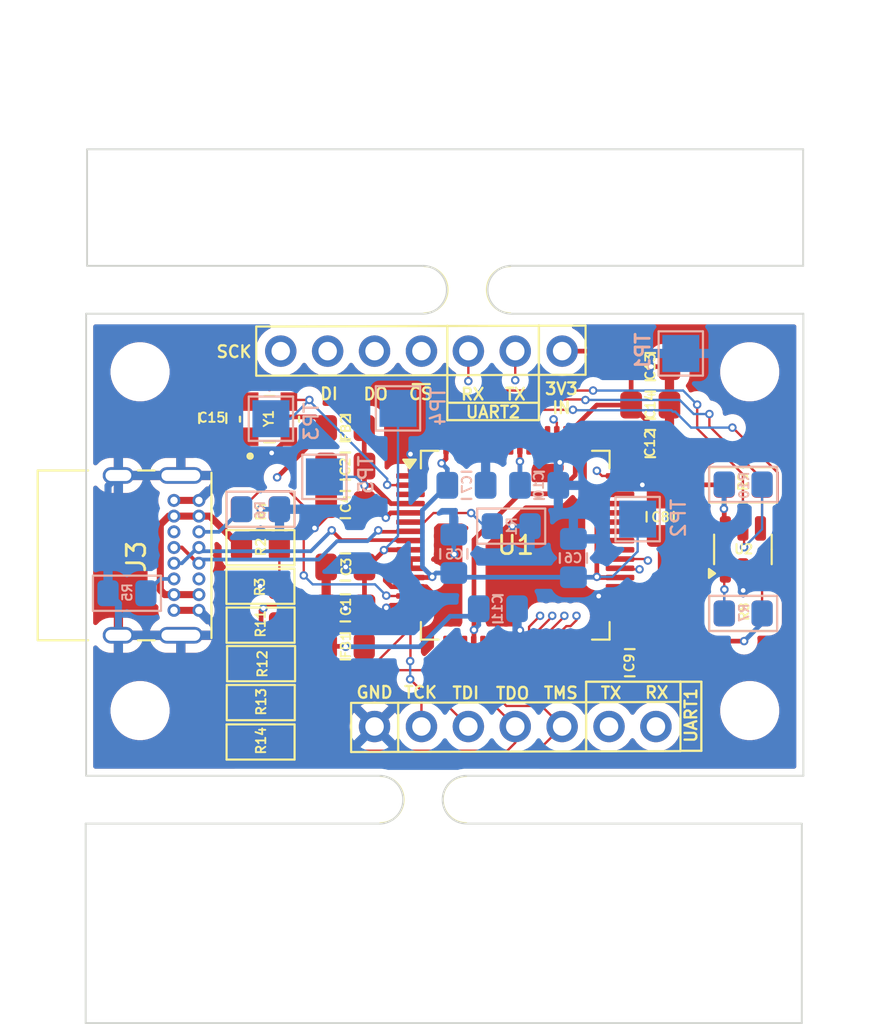
<source format=kicad_pcb>
(kicad_pcb (version 20240108) (generator "pcbnew") (generator_version "8.0")
  (layers (0 "F.Cu" signal) (1 "In1.Cu" signal) (2 "In2.Cu" signal) (31 "B.Cu" signal) (34 "B.Paste" user) (35 "F.Paste" user) (36 "B.SilkS" user "B.Silkscreen") (37 "F.SilkS" user "F.Silkscreen") (38 "B.Mask" user) (39 "F.Mask" user) (44 "Edge.Cuts" user))
  (net 0 "")
  (net 1 "/VPLL")
  (net 2 "GND")
  (net 3 "/VPHY")
  (net 4 "+1V8")
  (net 5 "+3V3")
  (net 6 "/MOSI")
  (net 9 "/SCK")
  (net 10 "/~{CS}")
  (net 11 "/UART1_TXD")
  (net 12 "/MISO")
  (net 13 "/UART1_RXD")
  (net 14 "/UART2_TXD")
  (net 16 "/TCK")
  (net 17 "/TMS")
  (net 18 "/TDO")
  (net 19 "/UART2_RXD")
  (net 20 "/TDI")
  (net 25 "/VBUS")
  (net 26 "/CC2")
  (net 27 "/CC1")
  (net 29 "Net-(U1-REF)")
  (net 30 "/VBUS_DIV")
  (net 31 "/~{RESET}")
  (net 34 "/EEPROM_DO")
  (net 36 "/EEDATA")
  (net 38 "/EECLK")
  (net 39 "/EECS")
  (net 40 "/OSCI")
  (net 42 "/D-")
  (net 43 "/D+")
  (footprint "PCM_Resistor_SMD_AKL:R_0805_2012Metric_Pad1.15x1.40mm_HandSolder" (layer "F.Cu") (at 138.5988 88.9508 180)
    (property "Reference" "R3")
    (property "Value" "10k")
  )
  (footprint "PCM_Resistor_SMD_AKL:R_0805_2012Metric_Pad1.15x1.40mm_HandSolder" (layer "F.Cu") (at 164.7444 90.424)
    (property "Reference" "R8")
    (property "Value" "2.2k")
  )
  (footprint "PCM_Resistor_SMD_AKL:R_0805_2012Metric_Pad1.15x1.40mm_HandSolder" (layer "F.Cu") (at 138.6078 91.059)
    (property "Reference" "R11")
    (property "Value" "10k")
  )
  (footprint "PinHeader:PinHeader_1x07_P2.54mm_Vertical-Circular-Pads" (layer "F.Cu") (at 154.94 76.2254 -90)
    (property "Reference" "J1" (hide yes))
    (property "Value" "Top")
  )
  (footprint "PCM_Resistor_SMD_AKL:R_0805_2012Metric_Pad1.15x1.40mm_HandSolder" (layer "F.Cu") (at 138.6168 95.25)
    (property "Reference" "R13")
    (property "Value" "10k")
  )
  (footprint "Package_QFP:LQFP-64_10x10mm_P0.5mm" (layer "F.Cu") (at 152.4 86.7302)
    (property "Reference" "U1")
    (property "Value" "FT4232H")
  )
  (footprint "PinHeader:PinHeader_1x07_P2.54mm_Vertical-Circular-Pads" (layer "F.Cu") (at 144.78 96.5454 90)
    (property "Reference" "J2" (hide yes))
    (property "Value" "Bottom")
  )
  (footprint "Inductor_SMD:L_0805_2012Metric_Pad1.15x1.40mm_HandSolder" (layer "F.Cu") (at 143.1962 92.2054)
    (property "Reference" "FB1")
    (property "Value" "600/0.6A")
  )
  (footprint "MountingHole:MountingHole_2.7mm_M2.5_ISO7380" (layer "F.Cu") (at 132.08 77.343)
    (property "Reference" "H1" (hide yes))
    (property "Value" "MountingHole M2.5")
  )
  (footprint "Capacitor_SMD:C_0805_2012Metric_Pad1.18x1.45mm_HandSolder" (layer "F.Cu") (at 158.6015 93.091 180)
    (property "Reference" "C9")
    (property "Value" "0.1uF")
  )
  (footprint "Capacitor_SMD:C_0805_2012Metric_Pad1.18x1.45mm_HandSolder" (layer "F.Cu") (at 159.7152 81.2292 180)
    (property "Reference" "C12")
    (property "Value" "10uF")
  )
  (footprint "ASEM1-12.000MHZ-LC-T:XTAL_ASEM1-12.000MHZ-LC-T" (layer "F.Cu") (at 139.0904 79.9084 90)
    (property "Reference" "Y1")
    (property "Value" "ASEM1-12.000MHZ-LC-T")
  )
  (footprint "Mousebites:mouse-bite-2.54mm-slot" (layer "F.Cu") (at 147.42 100.5)
    (property "Reference" "mouse-bite-2.54mm-slot" (hide yes))
    (property "Value" "VAL**" (hide yes))
  )
  (footprint "PCM_Resistor_SMD_AKL:R_0805_2012Metric_Pad1.15x1.40mm_HandSolder" (layer "F.Cu") (at 138.5988 86.868)
    (property "Reference" "R2")
    (property "Value" "4.7k")
  )
  (footprint "Mousebites:mouse-bite-2.54mm-slot" (layer "F.Cu") (at 149.8 72.9)
    (property "Reference" "mouse-bite-2.54mm-slot" (hide yes))
    (property "Value" "VAL**" (hide yes))
  )
  (footprint "Capacitor_SMD:C_0805_2012Metric_Pad1.18x1.45mm_HandSolder" (layer "F.Cu") (at 159.7152 77.0636 180)
    (property "Reference" "C13")
    (property "Value" "10uF")
  )
  (footprint "MountingHole:MountingHole_2.7mm_M2.5_ISO7380" (layer "F.Cu") (at 165.1 95.6818)
    (property "Reference" "H4" (hide yes))
    (property "Value" "MountingHole M2.5")
  )
  (footprint "Inductor_SMD:L_0805_2012Metric_Pad1.15x1.40mm_HandSolder" (layer "F.Cu") (at 143.1962 80.391)
    (property "Reference" "FB2")
    (property "Value" "600/0.6A")
  )
  (footprint "Capacitor_SMD:C_0805_2012Metric_Pad1.18x1.45mm_HandSolder" (layer "F.Cu") (at 136.017 79.8576 90)
    (property "Reference" "C15")
    (property "Value" "0.1uF")
  )
  (footprint "PCM_Resistor_SMD_AKL:R_0805_2012Metric_Pad1.15x1.40mm_HandSolder" (layer "F.Cu") (at 138.5914 84.7852 180)
    (property "Reference" "R4")
    (property "Value" "1k")
  )
  (footprint "Capacitor_SMD:C_0805_2012Metric_Pad1.18x1.45mm_HandSolder" (layer "F.Cu") (at 143.1962 90.1226)
    (property "Reference" "C1")
    (property "Value" "4.7uF")
  )
  (footprint "PCM_Resistor_SMD_AKL:R_0805_2012Metric_Pad1.15x1.40mm_HandSolder" (layer "F.Cu") (at 138.6078 97.3836)
    (property "Reference" "R14")
    (property "Value" "10k")
  )
  (footprint "Capacitor_SMD:C_0805_2012Metric_Pad1.18x1.45mm_HandSolder" (layer "F.Cu") (at 159.7152 79.1464 180)
    (property "Reference" "C14")
    (property "Value" "0.1uF")
  )
  (footprint "Package_TO_SOT_SMD:SOT-23-6" (layer "F.Cu") (at 164.7305 86.9588 90)
    (property "Reference" "U2")
    (property "Value" "93LC56BT-I/OT")
  )
  (footprint "Capacitor_SMD:C_0805_2012Metric_Pad1.18x1.45mm_HandSolder" (layer "F.Cu") (at 143.1962 82.4484)
    (property "Reference" "C2")
    (property "Value" "4.7uF")
  )
  (footprint "Capacitor_SMD:C_0805_2012Metric_Pad1.18x1.45mm_HandSolder" (layer "F.Cu") (at 143.1962 84.5312)
    (property "Reference" "C4")
    (property "Value" "0.1uF")
  )
  (footprint "MountingHole:MountingHole_2.7mm_M2.5_ISO7380" (layer "F.Cu") (at 132.08 95.6818)
    (property "Reference" "H3" (hide yes))
    (property "Value" "MountingHole M2.5")
  )
  (footprint "Connector_USB:USB_C_Receptacle_GCT_USB4085" (layer "F.Cu") (at 135.2668 84.3064 -90)
    (property "Reference" "J3")
    (property "Value" "USB_C_Receptacle_USB2.0_16P")
  )
  (footprint "PCM_Resistor_SMD_AKL:R_0805_2012Metric_Pad1.15x1.40mm_HandSolder" (layer "F.Cu") (at 138.6332 93.1418)
    (property "Reference" "R12")
    (property "Value" "10k")
  )
  (footprint "Capacitor_SMD:C_0805_2012Metric_Pad1.18x1.45mm_HandSolder" (layer "F.Cu") (at 160.2486 85.1916 -90)
    (property "Reference" "C8")
    (property "Value" "0.1uF")
  )
  (footprint "PCM_Resistor_SMD_AKL:R_0805_2012Metric_Pad1.15x1.40mm_HandSolder" (layer "F.Cu") (at 164.7444 83.4644)
    (property "Reference" "R9")
    (property "Value" "10k")
  )
  (footprint "Capacitor_SMD:C_0805_2012Metric_Pad1.18x1.45mm_HandSolder" (layer "F.Cu") (at 143.1962 87.9094)
    (property "Reference" "C3")
    (property "Value" "0.1uF")
  )
  (footprint "MountingHole:MountingHole_2.7mm_M2.5_ISO7380" (layer "F.Cu") (at 165.1 77.343)
    (property "Reference" "H2" (hide yes))
    (property "Value" "MountingHole M2.5")
  )
  (footprint "PCM_Resistor_SMD_AKL:R_0805_2012Metric_Pad1.15x1.40mm_HandSolder" (layer "B.Cu") (at 152.1804 85.6996)
    (property "Reference" "R1")
    (property "Value" "12k")
  )
  (footprint "TestPoint:TestPoint_Pad_2.0x2.0mm" (layer "B.Cu") (at 146.05 79.3242 180)
    (property "Reference" "TP4")
    (property "Value" "VPLL")
  )
  (footprint "PCM_Resistor_SMD_AKL:R_0805_2012Metric_Pad1.15x1.40mm_HandSolder" (layer "B.Cu") (at 131.3688 89.3318 180)
    (property "Reference" "R5")
    (property "Value" "5.1k")
  )
  (footprint "Capacitor_SMD:C_0805_2012Metric_Pad1.18x1.45mm_HandSolder" (layer "B.Cu") (at 153.6954 83.4898 180)
    (property "Reference" "C10")
    (property "Value" "0.1uF")
  )
  (footprint "PCM_Resistor_SMD_AKL:R_0805_2012Metric_Pad1.15x1.40mm_HandSolder" (layer "B.Cu") (at 164.7444 90.424 180)
    (property "Reference" "R7")
    (property "Value" "10k")
  )
  (footprint "PCM_Resistor_SMD_AKL:R_0805_2012Metric_Pad1.15x1.40mm_HandSolder" (layer "B.Cu") (at 164.7444 83.439)
    (property "Reference" "R10")
    (property "Value" "10k")
  )
  (footprint "Capacitor_SMD:C_0805_2012Metric_Pad1.18x1.45mm_HandSolder" (layer "B.Cu") (at 149.0726 87.1982 -90)
    (property "Reference" "C5")
    (property "Value" "0.1uF")
  )
  (footprint "TestPoint:TestPoint_Pad_2.0x2.0mm" (layer "B.Cu") (at 139.1666 79.883 180)
    (property "Reference" "TP3")
    (property "Value" "12MHZ")
  )
  (footprint "PCM_Resistor_SMD_AKL:R_0805_2012Metric_Pad1.15x1.40mm_HandSolder" (layer "B.Cu") (at 138.6078 84.7852)
    (property "Reference" "R6")
    (property "Value" "5.1k")
  )
  (footprint "TestPoint:TestPoint_Pad_2.0x2.0mm" (layer "B.Cu") (at 161.3662 76.3524 180)
    (property "Reference" "TP1")
    (property "Value" "GND")
  )
  (footprint "Capacitor_SMD:C_0805_2012Metric_Pad1.18x1.45mm_HandSolder" (layer "B.Cu") (at 149.7584 83.4898 180)
    (property "Reference" "C7")
    (property "Value" "0.1uF")
  )
  (footprint "TestPoint:TestPoint_Pad_2.0x2.0mm" (layer "B.Cu") (at 159.0294 85.3186 180)
    (property "Reference" "TP2")
    (property "Value" "1V8")
  )
  (footprint "Capacitor_SMD:C_0805_2012Metric_Pad1.18x1.45mm_HandSolder" (layer "B.Cu") (at 155.5496 87.4268 -90)
    (property "Reference" "C6")
    (property "Value" "0.1uF")
  )
  (footprint "TestPoint:TestPoint_Pad_2.0x2.0mm" (layer "B.Cu") (at 142.0622 83.0326 180)
    (property "Reference" "TP5")
    (property "Value" "VPHY")
  )
  (footprint "Capacitor_SMD:C_0805_2012Metric_Pad1.18x1.45mm_HandSolder" (layer "B.Cu") (at 151.4602 90.17 180)
    (property "Reference" "C11")
    (property "Value" "0.1uF")
  )
  (gr_line (start 161.35 95.2154) (end 161.35 94.11) (stroke (width 0.127)) (layer "F.SilkS"))
  (gr_line (start 146.06 95.26) (end 146.06 97.87) (stroke (width 0.127)) (layer "F.SilkS"))
  (gr_line (start 146.85 78.01) (end 147.77 78.01) (stroke (width 0.127)) (layer "F.SilkS"))
  (gr_line (start 153.68 74.83) (end 153.68 77.51) (stroke (width 0.127)) (layer "F.SilkS"))
  (gr_line (start 153.67 79.02) (end 148.74 79.02) (stroke (width 0.127)) (layer "F.SilkS"))
  (gr_line (start 148.72 77.49) (end 148.72 79.96) (stroke (width 0.127)) (layer "F.SilkS"))
  (gr_line (start 153.68 79.96) (end 153.68 77.51) (stroke (width 0.127)) (layer "F.SilkS"))
  (gr_line (start 156.24 94.12) (end 162.48 94.12) (stroke (width 0.127)) (layer "F.SilkS"))
  (gr_line (start 162.48 97.86) (end 161.35 97.86) (stroke (width 0.127)) (layer "F.SilkS"))
  (gr_line (start 156.24 95.22) (end 156.24 97.84) (stroke (width 0.127)) (layer "F.SilkS"))
  (gr_line (start 148.72 79.96) (end 153.68 79.96) (stroke (width 0.127)) (layer "F.SilkS"))
  (gr_line (start 148.72 74.85) (end 148.72 77.49) (stroke (width 0.127)) (layer "F.SilkS"))
  (gr_line (start 156.24 95.22) (end 156.24 94.12) (stroke (width 0.127)) (layer "F.SilkS"))
  (gr_line (start 162.48 94.12) (end 162.48 97.86) (stroke (width 0.127)) (layer "F.SilkS"))
  (gr_line (start 147.4 74.2) (end 129.159 74.2) (stroke (width 0.1016)) (layer "Edge.Cuts"))
  (gr_line (start 167.9194 101.8) (end 149.7584 101.8) (stroke (width 0.1)) (layer "Edge.Cuts"))
  (gr_line (start 152.2 74.2) (end 168 74.2) (stroke (width 0.1)) (layer "Edge.Cuts"))
  (gr_line (start 167.9956 71.6) (end 167.9956 65.3) (stroke (width 0.1016)) (layer "Edge.Cuts"))
  (gr_line (start 168.00576 99.21) (end 149.77 99.21) (stroke (width 0.1)) (layer "Edge.Cuts"))
  (gr_line (start 129.1336 101.8) (end 129.1336 112.6) (stroke (width 0.1016)) (layer "Edge.Cuts"))
  (gr_line (start 129.159 99.21) (end 129.159 74.4) (stroke (width 0.1)) (layer "Edge.Cuts"))
  (gr_line (start 129.21 71.6092) (end 147.4 71.6092) (stroke (width 0.1)) (layer "Edge.Cuts"))
  (gr_arc (start 147.4 71.6092) (mid 148.6954 72.9046) (end 147.4 74.2) (stroke (width 0.1016)) (layer "Edge.Cuts"))
  (gr_arc (start 149.760639 101.7972) (mid 148.467039 100.5036) (end 149.760639 99.21) (stroke (width 0.1016)) (layer "Edge.Cuts"))
  (gr_line (start 168.00576 74.2) (end 168.00576 99.21) (stroke (width 0.1)) (layer "Edge.Cuts"))
  (gr_line (start 145.034 99.21) (end 129.159 99.21) (stroke (width 0.1)) (layer "Edge.Cuts"))
  (gr_line (start 167.9956 65.3) (end 129.21 65.3) (stroke (width 0.1016)) (layer "Edge.Cuts"))
  (gr_line (start 152.197639 71.604722) (end 168 71.604722) (stroke (width 0.1)) (layer "Edge.Cuts"))
  (gr_line (start 129.1342 112.6) (end 167.92 112.6) (stroke (width 0.1016)) (layer "Edge.Cuts"))
  (gr_line (start 129.2098 65.3) (end 129.2098 71.61) (stroke (width 0.1016)) (layer "Edge.Cuts"))
  (gr_line (start 167.9194 112.6) (end 167.9194 101.8) (stroke (width 0.1016)) (layer "Edge.Cuts"))
  (gr_arc (start 152.197639 74.2) (mid 150.9 72.902361) (end 152.197639 71.604722) (stroke (width 0.1016)) (layer "Edge.Cuts"))
  (gr_arc (start 145.034 99.21) (mid 146.331639 100.507639) (end 145.034 101.805278) (stroke (width 0.1016)) (layer "Edge.Cuts"))
  (gr_line (start 145.034 101.8) (end 129.1336 101.8) (stroke (width 0.1)) (layer "Edge.Cuts"))
  (gr_line (start 129.159 74.4) (end 129.159 74.2) (stroke (width 0.1016)) (layer "Edge.Cuts"))
  (gr_text "DI" (at 141.76 78.91 0) (layer "F.SilkS") (effects (font (size 0.635 0.635) (thickness 0.127) (bold yes)) (justify left bottom)))
  (gr_text "TDI" (at 149.72 95.1 0) (layer "F.SilkS") (effects (font (size 0.635 0.635) (thickness 0.127) (bold yes)) (justify bottom)))
  (gr_text "TX" (at 151.78 78.93 0) (layer "F.SilkS") (effects (font (size 0.635 0.635) (thickness 0.127) (bold yes)) (justify left bottom)))
  (gr_text "SCK" (at 136.15 76.63 0) (layer "F.SilkS") (effects (font (size 0.635 0.635) (thickness 0.127) (bold yes)) (justify left bottom)))
  (gr_text "TMS" (at 154.87 95.1 0) (layer "F.SilkS") (effects (font (size 0.635 0.635) (thickness 0.127) (bold yes)) (justify bottom)))
  (gr_text "TX" (at 157.59 95.1 0) (layer "F.SilkS") (effects (font (size 0.635 0.635) (thickness 0.127) (bold yes)) (justify bottom)))
  (gr_text "DO" (at 144.11 78.92 0) (layer "F.SilkS") (effects (font (size 0.635 0.635) (thickness 0.127) (bold yes)) (justify left bottom)))
  (gr_text "TDO" (at 152.26 95.12 0) (layer "F.SilkS") (effects (font (size 0.635 0.635) (thickness 0.127) (bold yes)) (justify bottom)))
  (gr_text "UART1" (at 162.29 95.94 90) (layer "F.SilkS") (effects (font (size 0.635 0.635) (thickness 0.127) (bold yes)) (justify bottom)))
  (gr_text "3V3\nIN" (at 154.9 79.66 0) (layer "F.SilkS") (effects (font (size 0.635 0.635) (thickness 0.127) (bold yes)) (justify bottom)))
  (gr_text "UART2" (at 151.2 79.9 0) (layer "F.SilkS") (effects (font (size 0.635 0.635) (thickness 0.127) (bold yes)) (justify bottom)))
  (gr_text "RX" (at 149.39 78.93 0) (layer "F.SilkS") (effects (font (size 0.635 0.635) (thickness 0.127) (bold yes)) (justify left bottom)))
  (gr_text "RX" (at 160.06 95.08 0) (layer "F.SilkS") (effects (font (size 0.635 0.635) (thickness 0.127) (bold yes)) (justify bottom)))
  (gr_text "TCK" (at 147.27 95.07 0) (layer "F.SilkS") (effects (font (size 0.635 0.635) (thickness 0.127) (bold yes)) (justify bottom)))
  (gr_text "CS" (at 146.57 78.91 0) (layer "F.SilkS") (effects (font (size 0.635 0.635) (thickness 0.127) (bold yes)) (justify left bottom)))
  (gr_text "GND" (at 144.78 95.07 0) (layer "F.SilkS") (effects (font (size 0.635 0.635) (thickness 0.127) (bold yes)) (justify bottom)))
  (segment (start 144.2212 92.2054) (end 144.2212 90.1351) (width 0.254) (layer "F.Cu") (net 1))
  (segment (start 144.2212 90.1351) (end 144.2337 90.1226) (width 0.254) (layer "F.Cu") (net 1))
  (segment (start 144.399 87.9094) (end 145.288 87.0204) (width 0.254) (layer "F.Cu") (net 1))
  (segment (start 145.288 86.995) (end 145.3134 86.995) (width 0.254) (layer "F.Cu") (net 1))
  (segment (start 145.3282 86.9802) (end 146.725 86.9802) (width 0.254) (layer "F.Cu") (net 1))
  (segment (start 145.288 87.0204) (end 145.288 86.995) (width 0.254) (layer "F.Cu") (net 1))
  (segment (start 144.2337 90.1226) (end 144.2337 87.9094) (width 0.254) (layer "F.Cu") (net 1))
  (segment (start 144.2337 87.9094) (end 144.399 87.9094) (width 0.254) (layer "F.Cu") (net 1))
  (segment (start 145.3134 86.995) (end 145.3282 86.9802) (width 0.254) (layer "F.Cu") (net 1))
  (via (at 145.288 86.995) (size 0.4572) (drill 0.254) (layers "F.Cu" "B.Cu") (net 1))
  (segment (start 146.05 79.3242) (end 146.05 86.233) (width 0.127) (layer "B.Cu") (net 1))
  (segment (start 146.05 86.233) (end 145.288 86.995) (width 0.127) (layer "B.Cu") (net 1))
  (segment (start 143.129 90.1446) (end 143.2052 90.1446) (width 0.254) (layer "F.Cu") (net 2))
  (segment (start 142.1587 85.1713) (end 141.5288 85.8012) (width 0.254) (layer "F.Cu") (net 2))
  (segment (start 147.827 89.236608) (end 147.827 89.723792) (width 0.254) (layer "F.Cu") (net 2))
  (segment (start 133.9168 90.2564) (end 135.2668 90.2564) (width 0.381) (layer "F.Cu") (net 2))
  (segment (start 142.1587 90.1226) (end 143.151 90.1226) (width 0.254) (layer "F.Cu") (net 2))
  (segment (start 139.2682 81.7372) (end 139.2079 81.7372) (width 0.254) (layer "F.Cu") (net 2))
  (segment (start 155.15 81.9082) (end 154.813 82.2452) (width 0.254) (layer "F.Cu") (net 2))
  (segment (start 147.570592 88.9802) (end 147.827 89.236608) (width 0.254) (layer "F.Cu") (net 2))
  (segment (start 159.5747 83.4802) (end 159.2992 83.4802) (width 0.254) (layer "F.Cu") (net 2))
  (segment (start 142.1587 84.5312) (end 142.1587 85.1713) (width 0.254) (layer "F.Cu") (net 2))
  (segment (start 146.7358 81.788) (end 146.725 81.7988) (width 0.254) (layer "F.Cu") (net 2))
  (segment (start 160.2486 84.1541) (end 159.5747 83.4802) (width 0.254) (layer "F.Cu") (net 2))
  (segment (start 159.2834 83.4644) (end 159.2676 83.4802) (width 0.254) (layer "F.Cu") (net 2))
  (segment (start 145.3642 88.2396) (end 145.6236 87.9802) (width 0.254) (layer "F.Cu") (net 2))
  (segment (start 156.9212 89.4842) (end 156.9252 89.4802) (width 0.254) (layer "F.Cu") (net 2))
  (segment (start 160.7527 77.0636) (end 159.766 77.0636) (width 0.254) (layer "F.Cu") (net 2))
  (segment (start 140.1404 80.8584) (end 140.1404 80.865) (width 0.254) (layer "F.Cu") (net 2))
  (segment (start 142.1587 87.9094) (end 143.2176 87.9094) (width 0.254) (layer "F.Cu") (net 2))
  (segment (start 145.6236 87.9802) (end 145.950001 87.9802) (width 0.254) (layer "F.Cu") (net 2))
  (segment (start 145.6984 88.9802) (end 145.3642 88.646) (width 0.254) (layer "F.Cu") (net 2))
  (segment (start 159.2676 83.4802) (end 158.075 83.4802) (width 0.254) (layer "F.Cu") (net 2))
  (segment (start 143.2052 90.0684) (end 143.1544 90.1192) (width 0.254) (layer "F.Cu") (net 2))
  (segment (start 156.9252 89.4802) (end 158.075 89.4802) (width 0.254) (layer "F.Cu") (net 2))
  (segment (start 146.725 82.9802) (end 146.725 81.7988) (width 0.254) (layer "F.Cu") (net 2))
  (segment (start 146.725 88.9802) (end 145.6984 88.9802) (width 0.254) (layer "F.Cu") (net 2))
  (segment (start 143.151 90.1226) (end 143.129 90.1446) (width 0.254) (layer "F.Cu") (net 2))
  (segment (start 164.7305 88.0963) (end 164.7305 89.1655) (width 0.254) (layer "F.Cu") (net 2))
  (segment (start 145.3896 85.2424) (end 145.6518 84.9802) (width 0.254) (layer "F.Cu") (net 2))
  (segment (start 145.543536 90.116002) (end 145.414716 90.116002) (width 0.254) (layer "F.Cu") (net 2))
  (segment (start 155.15 81.0552) (end 155.15 81.9082) (width 0.254) (layer "F.Cu") (net 2))
  (segment (start 146.725 89.9802) (end 145.679338 89.9802) (width 0.254) (layer "F.Cu") (net 2))
  (segment (start 152.654 91.3384) (end 152.654 92.4012) (width 0.254) (layer "F.Cu") (net 2))
  (segment (start 145.950001 87.9802) (end 146.725 87.9802) (width 0.127) (layer "F.Cu") (net 2))
  (segment (start 140.1404 80.865) (end 139.2682 81.7372) (width 0.254) (layer "F.Cu") (net 2))
  (segment (start 145.3642 88.646) (end 145.3642 88.2396) (width 0.254) (layer "F.Cu") (net 2))
  (segment (start 147.827 89.723792) (end 147.570592 89.9802) (width 0.254) (layer "F.Cu") (net 2))
  (segment (start 164.7305 89.1655) (end 164.7444 89.1794) (width 0.254) (layer "F.Cu") (net 2))
  (segment (start 159.2992 83.4802) (end 159.2834 83.4644) (width 0.254) (layer "F.Cu") (net 2))
  (segment (start 137.5738 88.9508) (end 138.5824 88.9508) (width 0.254) (layer "F.Cu") (net 2))
  (segment (start 145.679338 89.9802) (end 145.543536 90.116002) (width 0.254) (layer "F.Cu") (net 2))
  (segment (start 147.570592 89.9802) (end 146.725 89.9802) (width 0.254) (layer "F.Cu") (net 2))
  (segment (start 146.725 87.9802) (end 146.725 87.4802) (width 0.254) (layer "F.Cu") (net 2))
  (segment (start 143.2052 90.1446) (end 143.2052 90.0684) (width 0.254) (layer "F.Cu") (net 2))
  (segment (start 145.6518 84.9802) (end 146.725 84.9802) (width 0.254) (layer "F.Cu") (net 2))
  (segment (start 133.9168 84.3064) (end 135.2668 84.3064) (width 0.381) (layer "F.Cu") (net 2))
  (segment (start 146.725 88.9802) (end 147.570592 88.9802) (width 0.254) (layer "F.Cu") (net 2))
  (segment (start 152.654 92.4012) (end 152.65 92.4052) (width 0.254) (layer "F.Cu") (net 2))
  (via (at 152.2476 85.6996) (size 0.4572) (drill 0.254) (layers "F.Cu" "B.Cu") (net 2))
  (via (at 159.766 77.0636) (size 0.4572) (drill 0.254) (layers "F.Cu" "B.Cu") (net 2))
  (via (at 146.725 81.7988) (size 0.4572) (drill 0.254) (layers "F.Cu" "B.Cu") (net 2))
  (via (at 149.098 87.2196) (size 0.4572) (drill 0.254) (layers "F.Cu" "B.Cu") (net 2))
  (via (at 152.654 91.3384) (size 0.4572) (drill 0.254) (layers "F.Cu" "B.Cu") (net 2))
  (via (at 141.5288 85.8012) (size 0.4572) (drill 0.254) (layers "F.Cu" "B.Cu") (net 2))
  (via (at 145.3896 85.2424) (size 0.4572) (drill 0.254) (layers "F.Cu" "B.Cu") (net 2))
  (via (at 143.2052 90.1446) (size 0.4572) (drill 0.254) (layers "F.Cu" "B.Cu") (net 2))
  (via (at 138.6128 84.7852) (size 0.4572) (drill 0.254) (layers "F.Cu" "B.Cu") (net 2))
  (via (at 154.813 82.2452) (size 0.4572) (drill 0.254) (layers "F.Cu" "B.Cu") (net 2))
  (via (at 139.2079 81.7372) (size 0.4572) (drill 0.254) (layers "F.Cu" "B.Cu") (net 2))
  (via (at 156.9212 89.4842) (size 0.4572) (drill 0.254) (layers "F.Cu" "B.Cu") (net 2))
  (via (at 164.7444 89.1794) (size 0.4572) (drill 0.254) (layers "F.Cu" "B.Cu") (net 2))
  (via (at 143.2176 87.9094) (size 0.4572) (drill 0.254) (layers "F.Cu" "B.Cu") (net 2))
  (via (at 159.2834 83.4644) (size 0.4572) (drill 0.254) (layers "F.Cu" "B.Cu") (net 2))
  (via (at 145.414716 90.116002) (size 0.4572) (drill 0.254) (layers "F.Cu" "B.Cu") (net 2))
  (via (at 138.5824 88.9508) (size 0.4572) (drill 0.254) (layers "F.Cu" "B.Cu") (net 2))
  (segment (start 149.0726 87.1942) (end 149.0726 86.1607) (width 0.254) (layer "B.Cu") (net 2))
  (segment (start 130.9068 89.8948) (end 130.3438 89.3318) (width 0.381) (layer "B.Cu") (net 2))
  (segment (start 139.6328 84.7852) (end 138.6128 84.7852) (width 0.254) (layer "B.Cu") (net 2))
  (segment (start 144.9324 84.7852) (end 145.3896 85.2424) (width 0.254) (layer "B.Cu") (net 2))
  (segment (start 152.4977 90.17) (end 152.4977 91.1821) (width 0.254) (layer "B.Cu") (net 2))
  (segment (start 154.813 83.4097) (end 154.7329 83.4898) (width 0.254) (layer "B.Cu") (net 2))
  (segment (start 154.813 82.2452) (end 154.813 83.4097) (width 0.254) (layer "B.Cu") (net 2))
  (segment (start 130.3438 83.5194) (end 130.9068 82.9564) (width 0.381) (layer "B.Cu") (net 2))
  (segment (start 130.9068 91.6064) (end 130.9068 89.8948) (width 0.381) (layer "B.Cu") (net 2))
  (segment (start 130.3438 89.3318) (end 130.3438 83.5194) (width 0.381) (layer "B.Cu") (net 2))
  (segment (start 152.4977 91.1821) (end 152.654 91.3384) (width 0.254) (layer "B.Cu") (net 2))
  (segment (start 139.6328 84.7852) (end 144.9324 84.7852) (width 0.254) (layer "B.Cu") (net 2))
  (segment (start 152.2476 85.6996) (end 153.2054 85.6996) (width 0.254) (layer "B.Cu") (net 2))
  (segment (start 149.098 87.2196) (end 149.0726 87.1942) (width 0.254) (layer "B.Cu") (net 2))
  (segment (start 144.2212 80.391) (end 144.2212 82.4359) (width 0.254) (layer "F.Cu") (net 3))
  (segment (start 145.6688 84.4802) (end 146.725 84.4802) (width 0.254) (layer "F.Cu") (net 3))
  (segment (start 144.6784 83.4898) (end 145.6688 84.4802) (width 0.254) (layer "F.Cu") (net 3))
  (segment (start 144.2337 83.4898) (end 144.6784 83.4898) (width 0.254) (layer "F.Cu") (net 3))
  (segment (start 144.2337 83.4898) (end 144.2847 83.5408) (width 0.254) (layer "F.Cu") (net 3))
  (segment (start 144.2337 82.4484) (end 144.2337 84.5312) (width 0.254) (layer "F.Cu") (net 3))
  (segment (start 144.2212 82.4359) (end 144.2337 82.4484) (width 0.254) (layer "F.Cu") (net 3))
  (segment (start 144.2847 84.4802) (end 144.2337 84.5312) (width 0.254) (layer "F.Cu") (net 3))
  (via (at 144.2337 83.4898) (size 0.4572) (drill 0.254) (layers "F.Cu" "B.Cu") (net 3))
  (segment (start 144.2337 83.4898) (end 143.7765 83.0326) (width 0.127) (layer "B.Cu") (net 3))
  (segment (start 143.7765 83.0326) (end 142.0622 83.0326) (width 0.127) (layer "B.Cu") (net 3))
  (segment (start 158.6777 81.2292) (end 156.324 81.2292) (width 0.254) (layer "F.Cu") (net 4))
  (segment (start 156.8196 88.4428) (end 156.857 88.4802) (width 0.254) (layer "F.Cu") (net 4))
  (segment (start 156.15 83.7346) (end 156.15 81.0552) (width 0.254) (layer "F.Cu") (net 4))
  (segment (start 156.324 81.2292) (end 156.15 81.0552) (width 0.254) (layer "F.Cu") (net 4))
  (segment (start 156.8196 84.4042) (end 156.15 83.7346) (width 0.254) (layer "F.Cu") (net 4))
  (segment (start 147.8668 88.4802) (end 146.725 88.4802) (width 0.254) (layer "F.Cu") (net 4))
  (segment (start 147.9042 88.4428) (end 147.8668 88.4802) (width 0.254) (layer "F.Cu") (net 4))
  (segment (start 148.65 82.0582) (end 148.65 81.0552) (width 0.254) (layer "F.Cu") (net 4))
  (segment (start 156.8196 88.4428) (end 156.8196 84.4042) (width 0.254) (layer "F.Cu") (net 4))
  (segment (start 156.857 88.4802) (end 158.075 88.4802) (width 0.254) (layer "F.Cu") (net 4))
  (segment (start 148.4122 82.296) (end 148.65 82.0582) (width 0.254) (layer "F.Cu") (net 4))
  (via (at 148.4122 82.296) (size 0.4572) (drill 0.254) (layers "F.Cu" "B.Cu") (net 4))
  (via (at 156.8196 88.4428) (size 0.4572) (drill 0.254) (layers "F.Cu" "B.Cu") (net 4))
  (via (at 147.9042 88.4428) (size 0.4572) (drill 0.254) (layers "F.Cu" "B.Cu") (net 4))
  (segment (start 149.0726 88.2357) (end 148.1113 88.2357) (width 0.254) (layer "B.Cu") (net 4))
  (segment (start 148.4122 82.296) (end 148.7209 82.6047) (width 0.254) (layer "B.Cu") (net 4))
  (segment (start 159.0294 85.3186) (end 159.0294 87.0712) (width 0.127) (layer "B.Cu") (net 4))
  (segment (start 155.5496 88.4643) (end 149.3012 88.4643) (width 0.254) (layer "B.Cu") (net 4))
  (segment (start 159.0294 87.0712) (end 157.6578 88.4428) (width 0.127) (layer "B.Cu") (net 4))
  (segment (start 148.1113 88.2357) (end 147.9042 88.4428) (width 0.254) (layer "B.Cu") (net 4))
  (segment (start 149.3012 88.4643) (end 149.0726 88.2357) (width 0.254) (layer "B.Cu") (net 4))
  (segment (start 147.9042 88.4428) (end 147.3708 87.9094) (width 0.254) (layer "B.Cu") (net 4))
  (segment (start 147.3708 87.9094) (end 147.3708 84.8399) (width 0.254) (layer "B.Cu") (net 4))
  (segment (start 148.7209 82.6047) (end 148.7209 83.4898) (width 0.254) (layer "B.Cu") (net 4))
  (segment (start 157.6578 88.4428) (end 156.8196 88.4428) (width 0.127) (layer "B.Cu") (net 4))
  (segment (start 155.5496 88.4643) (end 156.7981 88.4643) (width 0.254) (layer "B.Cu") (net 4))
  (segment (start 156.7981 88.4643) (end 156.8196 88.4428) (width 0.254) (layer "B.Cu") (net 4))
  (segment (start 147.3708 84.8399) (end 148.7209 83.4898) (width 0.254) (layer "B.Cu") (net 4))
  (segment (start 142.1712 91.999472) (end 142.1712 92.2054) (width 0.254) (layer "F.Cu") (net 5))
  (segment (start 138.6332 90.2716) (end 138.8728 90.032) (width 0.254) (layer "F.Cu") (net 5))
  (segment (start 162.4584 91.2114) (end 162.4584 87.7824) (width 0.254) (layer "F.Cu") (net 5))
  (segment (start 163.7194 85.7602) (end 163.7805 85.8213) (width 0.254) (layer "F.Cu") (net 5))
  (segment (start 152.654 81.0592) (end 152.65 81.0552) (width 0.254) (layer "F.Cu") (net 5))
  (segment (start 141.5656 79.7854) (end 142.1712 80.391) (width 0.254) (layer "F.Cu") (net 5))
  (segment (start 138.8674 79.7854) (end 141.5656 79.7854) (width 0.254) (layer "F.Cu") (net 5))
  (segment (start 155.65 82.9322) (end 155.65 81.0552) (width 0.254) (layer "F.Cu") (net 5))
  (segment (start 152.654 83.947) (end 154.6352 83.947) (width 0.254) (layer "F.Cu") (net 5))
  (segment (start 164.7952 91.9226) (end 163.1696 91.9226) (width 0.254) (layer "F.Cu") (net 5))
  (segment (start 137.6082 92.631528) (end 138.6332 91.606528) (width 0.254) (layer "F.Cu") (net 5))
  (segment (start 137.6082 93.1418) (end 137.6082 97.3582) (width 0.254) (layer "F.Cu") (net 5))
  (segment (start 163.7194 83.4644) (end 161.194328 83.4644) (width 0.254) (layer "F.Cu") (net 5))
  (segment (start 160.2486 86.2291) (end 159.9997 85.9802) (width 0.254) (layer "F.Cu") (net 5))
  (segment (start 160.2486 90.845972) (end 158.003572 93.091) (width 0.254) (layer "F.Cu") (net 5))
  (segment (start 142.1712 92.2054) (end 143.1956 92.2054) (width 0.254) (layer "F.Cu") (net 5))
  (segment (start 150.1648 92.3904) (end 150.15 92.4052) (width 0.254) (layer "F.Cu") (net 5))
  (segment (start 155.65 81.0552) (end 155.65 80.312844) (width 0.254) (layer "F.Cu") (net 5))
  (segment (start 158.6777 79.1464) (end 158.6777 77.0636) (width 0.254) (layer "F.Cu") (net 5))
  (segment (start 163.703 84.7598) (end 163.7194 84.7762) (width 0.254) (layer "F.Cu") (net 5))
  (segment (start 150.1648 91.313) (end 150.1648 92.3904) (width 0.254) (layer "F.Cu") (net 5))
  (segment (start 157.7594 77.0636) (end 156.9212 76.2254) (width 0.254) (layer "F.Cu") (net 5))
  (segment (start 159.5922 81.862272) (end 159.5922 80.0609) (width 0.254) (layer "F.Cu") (net 5))
  (segment (start 163.3727 86.2291) (end 160.2486 86.2291) (width 0.254) (layer "F.Cu") (net 5))
  (segment (start 162.4584 87.7824) (end 163.7805 86.4603) (width 0.254) (layer "F.Cu") (net 5))
  (segment (start 163.7194 84.7434) (end 163.703 84.7598) (width 0.254) (layer "F.Cu") (net 5))
  (segment (start 158.6777 77.0636) (end 157.7594 77.0636) (width 0.254) (layer "F.Cu") (net 5))
  (segment (start 155.65 93.250792) (end 155.906408 93.5072) (width 0.254) (layer "F.Cu") (net 5))
  (segment (start 150.1648 91.313) (end 150.1648 86.4362) (width 0.254) (layer "F.Cu") (net 5))
  (segment (start 156.9212 76.2254) (end 154.94 76.2254) (width 0.254) (layer "F.Cu") (net 5))
  (segment (start 161.194328 83.4644) (end 159.5922 81.862272) (width 0.254) (layer "F.Cu") (net 5))
  (segment (start 155.906408 93.5072) (end 157.1478 93.5072) (width 0.254) (layer "F.Cu") (net 5))
  (segment (start 138.0404 78.9584) (end 138.8674 79.7854) (width 0.254) (layer "F.Cu") (net 5))
  (segment (start 163.7805 85.8213) (end 163.3727 86.2291) (width 0.254) (layer "F.Cu") (net 5))
  (segment (start 163.7805 86.4603) (end 163.7805 85.8213) (width 0.254) (layer "F.Cu") (net 5))
  (segment (start 138.8728 90.032) (end 140.203728 90.032) (width 0.254) (layer "F.Cu") (net 5))
  (segment (start 154.6352 83.947) (end 155.65 82.9322) (width 0.254) (layer "F.Cu") (net 5))
  (segment (start 150.1648 86.4362) (end 152.654 83.947) (width 0.254) (layer "F.Cu") (net 5))
  (segment (start 138.0404 78.9584) (end 136.1553 78.9584) (width 0.254) (layer "F.Cu") (net 5))
  (segment (start 163.7194 83.4644) (end 163.7194 84.7434) (width 0.254) (layer "F.Cu") (net 5))
  (segment (start 140.203728 90.032) (end 142.1712 91.999472) (width 0.254) (layer "F.Cu") (net 5))
  (segment (start 155.65 92.4052) (end 155.65 93.250792) (width 0.254) (layer "F.Cu") (net 5))
  (segment (start 152.654 83.947) (end 152.654 82.1944) (width 0.254) (layer "F.Cu") (net 5))
  (segment (start 163.7194 84.7762) (end 163.7194 85.7602) (width 0.254) (layer "F.Cu") (net 5))
  (segment (start 137.6082 97.3582) (end 137.5828 97.3836) (width 0.254) (layer "F.Cu") (net 5))
  (segment (start 160.2486 86.2291) (end 160.2486 90.845972) (width 0.254) (layer "F.Cu") (net 5))
  (segment (start 136.1553 78.9584) (end 136.017 78.8201) (width 0.254) (layer "F.Cu") (net 5))
  (segment (start 152.654 82.1944) (end 152.654 81.0592) (width 0.254) (layer "F.Cu") (net 5))
  (segment (start 159.5922 80.0609) (end 158.6777 79.1464) (width 0.254) (layer "F.Cu") (net 5))
  (segment (start 143.1956 92.2054) (end 143.2176 92.2274) (width 0.254) (layer "F.Cu") (net 5))
  (segment (start 157.1478 93.5072) (end 157.564 93.091) (width 0.254) (layer "F.Cu") (net 5))
  (segment (start 155.65 80.312844) (end 156.816444 79.1464) (width 0.254) (layer "F.Cu") (net 5))
  (segment (start 163.1696 91.9226) (end 162.4584 91.2114) (width 0.254) (layer "F.Cu") (net 5))
  (segment (start 159.9997 85.9802) (end 158.075 85.9802) (width 0.254) (layer "F.Cu") (net 5))
  (segment (start 137.6082 93.1418) (end 137.6082 92.631528) (width 0.254) (layer "F.Cu") (net 5))
  (segment (start 138.6332 91.606528) (end 138.6332 90.2716) (width 0.254) (layer "F.Cu") (net 5))
  (segment (start 158.003572 93.091) (end 157.564 93.091) (width 0.254) (layer "F.Cu") (net 5))
  (segment (start 139.5042 83.058) (end 142.1712 80.391) (width 0.254) (layer "F.Cu") (net 5))
  (segment (start 156.816444 79.1464) (end 158.6777 79.1464) (width 0.254) (layer "F.Cu") (net 5))
  (via (at 139.5042 83.058) (size 0.4572) (drill 0.254) (layers "F.Cu" "B.Cu") (net 5))
  (via (at 163.703 84.7598) (size 0.4572) (drill 0.254) (layers "F.Cu" "B.Cu") (net 5))
  (via (at 150.1648 91.313) (size 0.4572) (drill 0.254) (layers "F.Cu" "B.Cu") (net 5))
  (via (at 164.7952 91.9226) (size 0.4572) (drill 0.254) (layers "F.Cu" "B.Cu") (net 5))
  (via (at 152.654 82.1944) (size 0.4572) (drill 0.254) (layers "F.Cu" "B.Cu") (net 5))
  (via (at 138.7602 90.1446) (size 0.4572) (drill 0.254) (layers "F.Cu" "B.Cu") (net 5))
  (via (at 143.2176 92.2274) (size 0.4572) (drill 0.254) (layers "F.Cu" "B.Cu") (net 5))
  (segment (start 152.6579 83.4898) (end 152.6579 82.1983) (width 0.254) (layer "B.Cu") (net 5))
  (segment (start 148.8694 90.5764) (end 150.0163 90.5764) (width 0.254) (layer "B.Cu") (net 5))
  (segment (start 150.4227 91.0551) (end 150.1648 91.313) (width 0.254) (layer "B.Cu") (net 5))
  (segment (start 150.4227 90.17) (end 150.4227 91.0551) (width 0.254) (layer "B.Cu") (net 5))
  (segment (start 163.703 84.7598) (end 163.703 83.4554) (width 0.254) (layer "B.Cu") (net 5))
  (segment (start 143.2176 92.2274) (end 147.2184 92.2274) (width 0.254) (layer "B.Cu") (net 5))
  (segment (start 147.2184 92.2274) (end 148.8694 90.5764) (width 0.254) (layer "B.Cu") (net 5))
  (segment (start 163.703 83.4554) (end 163.7194 83.439) (width 0.254) (layer "B.Cu") (net 5))
  (segment (start 165.7694 90.9484) (end 164.7952 91.9226) (width 0.254) (layer "B.Cu") (net 5))
  (segment (start 150.0163 90.5764) (end 150.4227 90.17) (width 0.254) (layer "B.Cu") (net 5))
  (segment (start 152.6579 82.1983) (end 152.654 82.1944) (width 0.254) (layer "B.Cu") (net 5))
  (segment (start 165.7694 90.424) (end 165.7694 90.9484) (width 0.254) (layer "B.Cu") (net 5))
  (segment (start 155.060606 90.589732) (end 155.060606 90.551) (width 0.127) (layer "F.Cu") (net 6))
  (segment (start 154.15 91.500338) (end 155.060606 90.589732) (width 0.127) (layer "F.Cu") (net 6))
  (segment (start 154.15 92.4052) (end 154.15 91.500338) (width 0.127) (layer "F.Cu") (net 6))
  (via (at 155.060606 90.551) (size 0.4572) (drill 0.254) (layers "F.Cu" "B.Cu") (net 6))
  (segment (start 153.7462 90.551) (end 153.15 91.1472) (width 0.127) (layer "F.Cu") (net 9))
  (segment (start 153.15 91.1472) (end 153.15 92.4052) (width 0.127) (layer "F.Cu") (net 9))
  (via (at 153.7462 90.551) (size 0.4572) (drill 0.254) (layers "F.Cu" "B.Cu") (net 9))
  (segment (start 155.3972 91.1098) (end 155.717809 90.789191) (width 0.127) (layer "F.Cu") (net 10))
  (segment (start 154.65 91.630201) (end 155.170401 91.1098) (width 0.127) (layer "F.Cu") (net 10))
  (segment (start 155.717809 90.789191) (end 155.717809 90.551) (width 0.127) (layer "F.Cu") (net 10))
  (segment (start 155.170401 91.1098) (end 155.3972 91.1098) (width 0.127) (layer "F.Cu") (net 10))
  (segment (start 154.65 92.4052) (end 154.65 91.630201) (width 0.127) (layer "F.Cu") (net 10))
  (via (at 155.717809 90.551) (size 0.4572) (drill 0.254) (layers "F.Cu" "B.Cu") (net 10))
  (segment (start 158.1312 88.0364) (end 158.075 87.9802) (width 0.127) (layer "F.Cu") (net 11))
  (segment (start 159.131 88.0364) (end 158.1312 88.0364) (width 0.127) (layer "F.Cu") (net 11))
  (via (at 159.131 88.0364) (size 0.4572) (drill 0.254) (layers "F.Cu" "B.Cu") (net 11))
  (segment (start 154.403403 90.589732) (end 154.403403 90.551) (width 0.127) (layer "F.Cu") (net 12))
  (segment (start 153.65 91.343135) (end 154.403403 90.589732) (width 0.127) (layer "F.Cu") (net 12))
  (segment (start 153.65 92.4052) (end 153.65 91.343135) (width 0.127) (layer "F.Cu") (net 12))
  (via (at 154.403403 90.551) (size 0.4572) (drill 0.254) (layers "F.Cu" "B.Cu") (net 12))
  (segment (start 159.582251 87.558605) (end 159.503846 87.4802) (width 0.127) (layer "F.Cu") (net 13))
  (segment (start 159.503846 87.4802) (end 158.075 87.4802) (width 0.127) (layer "F.Cu") (net 13))
  (via (at 159.582251 87.558605) (size 0.4572) (drill 0.254) (layers "F.Cu" "B.Cu") (net 13))
  (segment (start 156.8196 82.7024) (end 157.0974 82.9802) (width 0.127) (layer "F.Cu") (net 14))
  (segment (start 157.0974 82.9802) (end 158.075 82.9802) (width 0.127) (layer "F.Cu") (net 14))
  (segment (start 152.4 76.2254) (end 152.4 77.8002) (width 0.127) (layer "F.Cu") (net 14))
  (via (at 156.8196 82.7024) (size 0.4572) (drill 0.254) (layers "F.Cu" "B.Cu") (net 14))
  (via (at 152.4 77.8002) (size 0.4572) (drill 0.254) (layers "F.Cu" "B.Cu") (net 14))
  (segment (start 146.7104 93.988) (end 147.32 94.5976) (width 0.127) (layer "F.Cu") (net 16))
  (segment (start 147.32 94.5976) (end 147.32 96.5454) (width 0.127) (layer "F.Cu") (net 16))
  (segment (start 144.7783 93.1689) (end 146.725 91.2222) (width 0.127) (layer "F.Cu") (net 16))
  (segment (start 146.725 91.2222) (end 146.725 92.9892) (width 0.127) (layer "F.Cu") (net 16))
  (segment (start 139.6328 91.059) (end 139.6328 91.175126) (width 0.127) (layer "F.Cu") (net 16))
  (segment (start 139.6328 91.175126) (end 141.626574 93.1689) (width 0.127) (layer "F.Cu") (net 16))
  (segment (start 146.725 92.9892) (end 146.7104 93.0038) (width 0.127) (layer "F.Cu") (net 16))
  (segment (start 141.626574 93.1689) (end 144.7783 93.1689) (width 0.127) (layer "F.Cu") (net 16))
  (segment (start 146.725 91.2222) (end 146.725 90.4802) (width 0.127) (layer "F.Cu") (net 16))
  (via (at 146.7104 93.0038) (size 0.4572) (drill 0.254) (layers "F.Cu" "B.Cu") (net 16))
  (via (at 146.7104 93.988) (size 0.4572) (drill 0.254) (layers "F.Cu" "B.Cu") (net 16))
  (segment (start 146.7104 93.0038) (end 146.7104 93.988) (width 0.127) (layer "B.Cu") (net 16))
  (segment (start 149.65 92.4052) (end 149.65 93.16099) (width 0.127) (layer "F.Cu") (net 17))
  (segment (start 149.65 93.16099) (end 151.92091 95.4319) (width 0.127) (layer "F.Cu") (net 17))
  (segment (start 153.8265 95.4319) (end 154.94 96.5454) (width 0.127) (layer "F.Cu") (net 17))
  (segment (start 151.92091 95.4319) (end 153.8265 95.4319) (width 0.127) (layer "F.Cu") (net 17))
  (segment (start 140.4329 98.1837) (end 153.3017 98.1837) (width 0.127) (layer "F.Cu") (net 17))
  (segment (start 139.6328 97.3836) (end 140.4329 98.1837) (width 0.127) (layer "F.Cu") (net 17))
  (segment (start 153.3017 98.1837) (end 154.94 96.5454) (width 0.127) (layer "F.Cu") (net 17))
  (segment (start 149.15 93.2954) (end 152.4 96.5454) (width 0.127) (layer "F.Cu") (net 18))
  (segment (start 139.6418 95.25) (end 142.2485 97.8567) (width 0.127) (layer "F.Cu") (net 18))
  (segment (start 142.2485 97.8567) (end 151.9682 97.8567) (width 0.127) (layer "F.Cu") (net 18))
  (segment (start 152.4 97.4249) (end 152.4 96.5454) (width 0.127) (layer "F.Cu") (net 18))
  (segment (start 151.9682 97.8567) (end 152.4 97.4249) (width 0.127) (layer "F.Cu") (net 18))
  (segment (start 149.15 92.4052) (end 149.15 93.2954) (width 0.127) (layer "F.Cu") (net 18))
  (segment (start 154.474628 79.916941) (end 154.65 80.092313) (width 0.127) (layer "F.Cu") (net 19))
  (segment (start 154.65 80.092313) (end 154.65 81.0552) (width 0.127) (layer "F.Cu") (net 19))
  (segment (start 149.86 76.2254) (end 149.86 77.851) (width 0.127) (layer "F.Cu") (net 19))
  (via (at 154.474628 79.916941) (size 0.4572) (drill 0.254) (layers "F.Cu" "B.Cu") (net 19))
  (via (at 149.86 77.851) (size 0.4572) (drill 0.254) (layers "F.Cu" "B.Cu") (net 19))
  (segment (start 148.65 95.3354) (end 149.86 96.5454) (width 0.127) (layer "F.Cu") (net 20))
  (segment (start 148.65 92.4052) (end 148.65 95.3354) (width 0.127) (layer "F.Cu") (net 20))
  (segment (start 139.6582 93.1418) (end 140.0123 93.4959) (width 0.127) (layer "F.Cu") (net 20))
  (segment (start 147.5593 93.4959) (end 148.65 92.4052) (width 0.127) (layer "F.Cu") (net 20))
  (segment (start 140.0123 93.4959) (end 147.5593 93.4959) (width 0.127) (layer "F.Cu") (net 20))
  (segment (start 133.6392 85.1564) (end 133.9168 85.1564) (width 0.381) (layer "F.Cu") (net 25))
  (segment (start 135.8622 85.1564) (end 137.5738 86.868) (width 0.381) (layer "F.Cu") (net 25))
  (segment (start 133.421826 89.4064) (end 133.1763 89.160874) (width 0.381) (layer "F.Cu") (net 25))
  (segment (start 133.1763 85.6193) (end 133.6392 85.1564) (width 0.381) (layer "F.Cu") (net 25))
  (segment (start 133.9168 89.4064) (end 135.2668 89.4064) (width 0.381) (layer "F.Cu") (net 25))
  (segment (start 133.1763 89.160874) (end 133.1763 85.6193) (width 0.381) (layer "F.Cu") (net 25))
  (segment (start 135.2668 85.1564) (end 135.8622 85.1564) (width 0.381) (layer "F.Cu") (net 25))
  (segment (start 133.9168 85.1564) (end 135.2668 85.1564) (width 0.381) (layer "F.Cu") (net 25))
  (segment (start 133.9168 89.4064) (end 133.421826 89.4064) (width 0.381) (layer "F.Cu") (net 25))
  (segment (start 133.1692 88.5564) (end 132.3938 89.3318) (width 0.2) (layer "B.Cu") (net 26))
  (segment (start 133.9168 88.5564) (end 133.1692 88.5564) (width 0.2) (layer "B.Cu") (net 26))
  (segment (start 135.2668 86.0064) (end 136.3616 86.0064) (width 0.2) (layer "B.Cu") (net 27))
  (segment (start 136.3616 86.0064) (end 137.5828 84.7852) (width 0.2) (layer "B.Cu") (net 27))
  (segment (start 150.0124 84.9884) (end 147.97259 84.9884) (width 0.127) (layer "F.Cu") (net 29))
  (segment (start 147.97259 84.9884) (end 147.48079 85.4802) (width 0.127) (layer "F.Cu") (net 29))
  (segment (start 147.48079 85.4802) (end 146.725 85.4802) (width 0.127) (layer "F.Cu") (net 29))
  (via (at 150.0124 84.9884) (size 0.4572) (drill 0.254) (layers "F.Cu" "B.Cu") (net 29))
  (segment (start 150.7236 85.6996) (end 150.0124 84.9884) (width 0.127) (layer "B.Cu") (net 29))
  (segment (start 151.1554 85.6996) (end 150.7236 85.6996) (width 0.127) (layer "B.Cu") (net 29))
  (segment (start 139.6164 86.8606) (end 139.6238 86.868) (width 0.127) (layer "F.Cu") (net 30))
  (segment (start 139.6164 84.7852) (end 139.6164 86.8606) (width 0.127) (layer "F.Cu") (net 30))
  (segment (start 139.6238 86.868) (end 139.6238 88.9508) (width 0.127) (layer "F.Cu") (net 30))
  (segment (start 138.5299 83.8217) (end 140.161026 83.8217) (width 0.127) (layer "F.Cu") (net 31))
  (segment (start 137.5664 84.7852) (end 138.5299 83.8217) (width 0.127) (layer "F.Cu") (net 31))
  (segment (start 140.161026 83.8217) (end 140.9446 84.605274) (width 0.127) (layer "F.Cu") (net 31))
  (segment (start 140.9446 84.605274) (end 140.9446 88.3666) (width 0.127) (layer "F.Cu") (net 31))
  (segment (start 145.4364 89.4802) (end 146.725 89.4802) (width 0.127) (layer "F.Cu") (net 31))
  (segment (start 145.415 89.4588) (end 145.4364 89.4802) (width 0.127) (layer "F.Cu") (net 31))
  (via (at 140.9446 88.3666) (size 0.4572) (drill 0.254) (layers "F.Cu" "B.Cu") (net 31))
  (via (at 145.415 89.4588) (size 0.4572) (drill 0.254) (layers "F.Cu" "B.Cu") (net 31))
  (segment (start 145.415 89.4588) (end 144.8054 88.8492) (width 0.127) (layer "B.Cu") (net 31))
  (segment (start 144.8054 88.8492) (end 141.4272 88.8492) (width 0.127) (layer "B.Cu") (net 31))
  (segment (start 141.4272 88.8492) (end 140.9446 88.3666) (width 0.127) (layer "B.Cu") (net 31))
  (segment (start 163.7194 88.1574) (end 163.7805 88.0963) (width 0.127) (layer "F.Cu") (net 34))
  (segment (start 163.7194 90.424) (end 163.7194 88.1574) (width 0.127) (layer "F.Cu") (net 34))
  (via (at 163.7284 89.1286) (size 0.4572) (drill 0.254) (layers "F.Cu" "B.Cu") (net 34))
  (segment (start 163.7194 90.424) (end 163.7194 89.1376) (width 0.127) (layer "B.Cu") (net 34))
  (segment (start 163.7194 89.1376) (end 163.7284 89.1286) (width 0.127) (layer "B.Cu") (net 34))
  (segment (start 151.029801 79.4004) (end 150.15 80.280201) (width 0.127) (layer "F.Cu") (net 36))
  (segment (start 165.7694 90.424) (end 165.7694 88.1852) (width 0.127) (layer "F.Cu") (net 36))
  (segment (start 166.6079 82.794774) (end 164.178726 80.3656) (width 0.127) (layer "F.Cu") (net 36))
  (segment (start 155.5242 79.4004) (end 151.029801 79.4004) (width 0.127) (layer "F.Cu") (net 36))
  (segment (start 165.6805 88.0963) (end 166.6079 87.1689) (width 0.127) (layer "F.Cu") (net 36))
  (segment (start 164.178726 80.3656) (end 164.1602 80.3656) (width 0.127) (layer "F.Cu") (net 36))
  (segment (start 166.6079 87.1689) (end 166.6079 82.794774) (width 0.127) (layer "F.Cu") (net 36))
  (segment (start 165.7694 88.1852) (end 165.6805 88.0963) (width 0.127) (layer "F.Cu") (net 36))
  (segment (start 150.15 80.280201) (end 150.15 81.0552) (width 0.127) (layer "F.Cu") (net 36))
  (via (at 164.1602 80.3656) (size 0.4572) (drill 0.254) (layers "F.Cu" "B.Cu") (net 36))
  (via (at 155.5242 79.4004) (size 0.4572) (drill 0.254) (layers "F.Cu" "B.Cu") (net 36))
  (segment (start 161.0614 79.502) (end 161.925 80.3656) (width 0.127) (layer "B.Cu") (net 36))
  (segment (start 161.925 80.3656) (end 164.1602 80.3656) (width 0.127) (layer "B.Cu") (net 36))
  (segment (start 155.5496 79.4258) (end 160.8582 79.4258) (width 0.127) (layer "B.Cu") (net 36))
  (segment (start 155.5242 79.4004) (end 155.5496 79.4258) (width 0.127) (layer "B.Cu") (net 36))
  (segment (start 160.8582 79.4258) (end 160.9344 79.502) (width 0.127) (layer "B.Cu") (net 36))
  (segment (start 160.9344 79.502) (end 161.0614 79.502) (width 0.127) (layer "B.Cu") (net 36))
  (segment (start 165.7694 85.7324) (end 165.6805 85.8213) (width 0.127) (layer "F.Cu") (net 38))
  (segment (start 162.9156 80.2894) (end 165.7694 83.1432) (width 0.127) (layer "F.Cu") (net 38))
  (segment (start 165.7694 83.1432) (end 165.7694 83.4644) (width 0.127) (layer "F.Cu") (net 38))
  (segment (start 156.201895 78.871975) (end 156.17152 78.8416) (width 0.127) (layer "F.Cu") (net 38))
  (segment (start 162.9156 79.629) (end 162.9156 80.2894) (width 0.127) (layer "F.Cu") (net 38))
  (segment (start 149.65 80.280201) (end 149.65 81.0552) (width 0.127) (layer "F.Cu") (net 38))
  (segment (start 151.088601 78.8416) (end 149.65 80.280201) (width 0.127) (layer "F.Cu") (net 38))
  (segment (start 165.7694 83.4644) (end 165.7694 85.7324) (width 0.127) (layer "F.Cu") (net 38))
  (segment (start 156.17152 78.8416) (end 151.088601 78.8416) (width 0.127) (layer "F.Cu") (net 38))
  (via (at 156.201895 78.871975) (size 0.4572) (drill 0.254) (layers "F.Cu" "B.Cu") (net 38))
  (via (at 162.9156 79.629) (size 0.4572) (drill 0.254) (layers "F.Cu" "B.Cu") (net 38))
  (segment (start 156.20687 78.867) (end 161.305265 78.867) (width 0.127) (layer "B.Cu") (net 38))
  (segment (start 156.201895 78.871975) (end 156.20687 78.867) (width 0.127) (layer "B.Cu") (net 38))
  (segment (start 161.305265 78.867) (end 162.067265 79.629) (width 0.127) (layer "B.Cu") (net 38))
  (segment (start 162.067265 79.629) (end 162.9156 79.629) (width 0.127) (layer "B.Cu") (net 38))
  (segment (start 149.15 80.12641) (end 149.15 81.0552) (width 0.127) (layer "F.Cu") (net 39))
  (segment (start 162.2552 79.121) (end 162.2552 80.4164) (width 0.127) (layer "F.Cu") (net 39))
  (segment (start 164.7952 85.886) (end 164.7305 85.8213) (width 0.127) (layer "F.Cu") (net 39))
  (segment (start 164.7305 82.8917) (end 164.7305 85.8213) (width 0.127) (layer "F.Cu") (net 39))
  (segment (start 156.6164 78.359) (end 150.91741 78.359) (width 0.127) (layer "F.Cu") (net 39))
  (segment (start 162.2552 80.4164) (end 164.7305 82.8917) (width 0.127) (layer "F.Cu") (net 39))
  (segment (start 164.7952 86.8426) (end 164.7952 85.886) (width 0.127) (layer "F.Cu") (net 39))
  (segment (start 150.91741 78.359) (end 149.15 80.12641) (width 0.127) (layer "F.Cu") (net 39))
  (via (at 156.6164 78.359) (size 0.4572) (drill 0.254) (layers "F.Cu" "B.Cu") (net 39))
  (via (at 162.2552 79.121) (size 0.4572) (drill 0.254) (layers "F.Cu" "B.Cu") (net 39))
  (via (at 164.7952 86.8426) (size 0.4572) (drill 0.254) (layers "F.Cu" "B.Cu") (net 39))
  (segment (start 162.2552 79.121) (end 161.4932 78.359) (width 0.127) (layer "B.Cu") (net 39))
  (segment (start 165.7694 85.8684) (end 164.7952 86.8426) (width 0.127) (layer "B.Cu") (net 39))
  (segment (start 161.4932 78.359) (end 156.6164 78.359) (width 0.127) (layer "B.Cu") (net 39))
  (segment (start 165.7694 83.439) (end 165.7694 85.8684) (width 0.127) (layer "B.Cu") (net 39))
  (segment (start 145.4816 83.4802) (end 145.4658 83.4644) (width 0.127) (layer "F.Cu") (net 40))
  (segment (start 140.2318 78.867) (end 140.1404 78.9584) (width 0.127) (layer "F.Cu") (net 40))
  (segment (start 146.725 83.4802) (end 145.4816 83.4802) (width 0.127) (layer "F.Cu") (net 40))
  (segment (start 141.2494 78.867) (end 140.2318 78.867) (width 0.127) (layer "F.Cu") (net 40))
  (via (at 145.4658 83.4644) (size 0.4572) (drill 0.254) (layers "F.Cu" "B.Cu") (net 40))
  (via (at 141.2494 78.867) (size 0.4572) (drill 0.254) (layers "F.Cu" "B.Cu") (net 40))
  (segment (start 145.4658 83.1342) (end 141.2494 78.9178) (width 0.127) (layer "B.Cu") (net 40))
  (segment (start 139.1666 79.883) (end 140.2334 79.883) (width 0.127) (layer "B.Cu") (net 40))
  (segment (start 145.4658 83.4644) (end 145.4658 83.1342) (width 0.127) (layer "B.Cu") (net 40))
  (segment (start 141.2494 78.9178) (end 141.2494 78.867) (width 0.127) (layer "B.Cu") (net 40))
  (segment (start 140.2334 79.883) (end 141.2494 78.867) (width 0.127) (layer "B.Cu") (net 40))
  (segment (start 142.459664 85.926601) (end 142.988264 86.455201) (width 0.2) (layer "F.Cu") (net 42))
  (segment (start 135.480403 86.8564) (end 135.2668 86.8564) (width 0.2) (layer "F.Cu") (net 42))
  (segment (start 146.700001 86.455201) (end 146.725 86.4802) (width 0.2) (layer "F.Cu") (net 42))
  (segment (start 142.988264 86.455201) (end 146.700001 86.455201) (width 0.2) (layer "F.Cu") (net 42))
  (via (at 142.459664 85.926601) (size 0.4572) (drill 0.254) (layers "F.Cu" "B.Cu") (net 42))
  (segment (start 134.347561 87.7064) (end 135.197561 86.8564) (width 0.2) (layer "B.Cu") (net 42))
  (segment (start 141.329866 87.056399) (end 135.466799 87.056399) (width 0.2) (layer "B.Cu") (net 42))
  (segment (start 133.9168 87.7064) (end 134.347561 87.7064) (width 0.2) (layer "B.Cu") (net 42))
  (segment (start 135.197561 86.8564) (end 135.2668 86.8564) (width 0.2) (layer "B.Cu") (net 42))
  (segment (start 142.459664 85.926601) (end 141.329866 87.056399) (width 0.2) (layer "B.Cu") (net 42))
  (segment (start 135.466799 87.056399) (end 135.2668 86.8564) (width 0.2) (layer "B.Cu") (net 42))
  (segment (start 146.700001 86.005199) (end 146.725 85.9802) (width 0.2) (layer "F.Cu") (net 43))
  (segment (start 144.9832 85.926601) (end 145.061798 86.005199) (width 0.2) (layer "F.Cu") (net 43))
  (segment (start 145.061798 86.005199) (end 146.700001 86.005199) (width 0.2) (layer "F.Cu") (net 43))
  (segment (start 133.9168 86.8564) (end 134.347561 86.8564) (width 0.2) (layer "F.Cu") (net 43))
  (segment (start 134.347561 86.8564) (end 135.197561 87.7064) (width 0.2) (layer "F.Cu") (net 43))
  (segment (start 135.197561 87.7064) (end 135.2668 87.7064) (width 0.2) (layer "F.Cu") (net 43))
  (via (at 144.9832 85.926601) (size 0.4572) (drill 0.254) (layers "F.Cu" "B.Cu") (net 43))
  (segment (start 144.397401 86.5124) (end 142.748 86.5124) (width 0.2) (layer "B.Cu") (net 43))
  (segment (start 142.748 86.5124) (end 141.753999 87.506401) (width 0.2) (layer "B.Cu") (net 43))
  (segment (start 144.9832 85.926601) (end 144.397401 86.5124) (width 0.2) (layer "B.Cu") (net 43))
  (segment (start 135.466799 87.506401) (end 135.2668 87.7064) (width 0.2) (layer "B.Cu") (net 43))
  (segment (start 141.753999 87.506401) (end 135.466799 87.506401) (width 0.2) (layer "B.Cu") (net 43))
  (zone (net 2) (net_name "GND") (layer "F.Cu") (name "GND") (connect_pads (clearance 0.5)) (min_thickness 0.25) (fill yes (thermal_gap 0.5) (thermal_bridge_width 0.5))
    (polygon (pts (xy 167.9702 74.7776) (xy 167.9702 98.888) (xy 129.1844 98.888) (xy 129.1844 74.7776)))
  )
  (zone (net 2) (net_name "GND") (layers "In1.Cu" "B.Cu") (name "GND") (connect_pads (clearance 0.5)) (min_thickness 0.25) (fill yes (thermal_gap 0.5) (thermal_bridge_width 0.5))
    (polygon (pts (xy 167.9702 74.7776) (xy 167.9702 98.8934) (xy 129.1844 98.8934) (xy 129.1844 74.7776)))
  )
)
</source>
